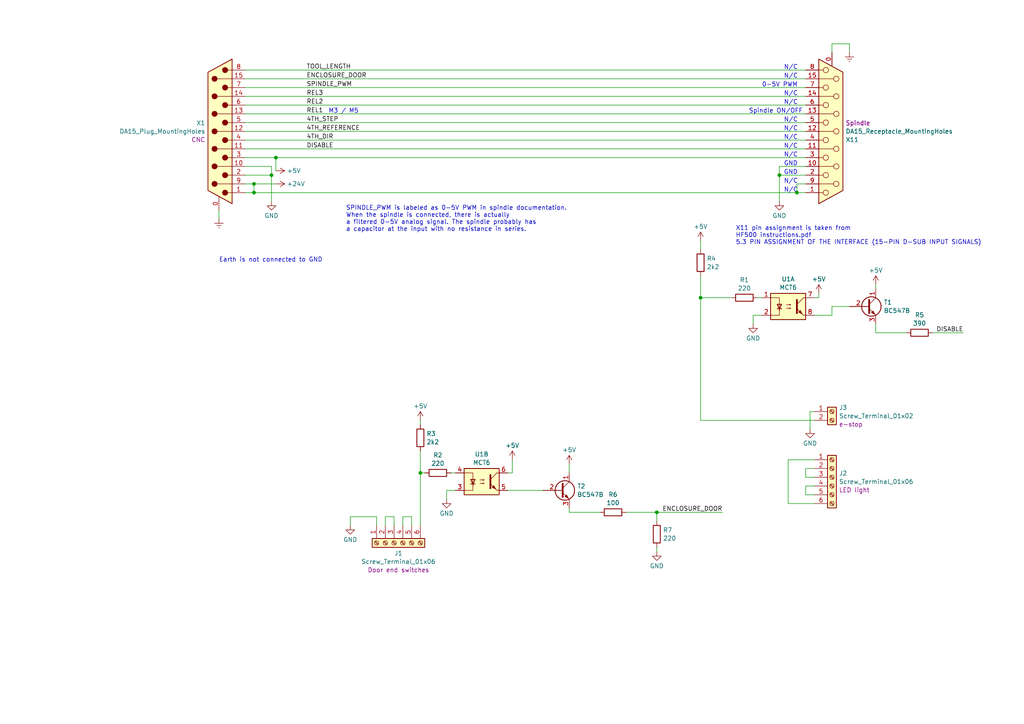
<source format=kicad_sch>
(kicad_sch (version 20230121) (generator eeschema)
  (paper "A4")
  (title_block (title "Stepcraft enclosure controller board") (company "Ondřej Sluka"))
  (lib_symbols
    (symbol "Connector:DA15_Plug_MountingHoles" (pin_names (offset 1.016) hide)
      (property "Reference" "J" (at 0 24.13 0))
      (property "Value" "DA15_Plug_MountingHoles" (at 0 22.225 0))
      (symbol "DA15_Plug_MountingHoles_0_1"
        (circle (center -1.778 -17.78) (radius 0.762) (fill (type outline)))
        (circle (center -1.778 -12.7) (radius 0.762) (fill (type outline)))
        (circle (center -1.778 -7.62) (radius 0.762) (fill (type outline)))
        (circle (center -1.778 -2.54) (radius 0.762) (fill (type outline)))
        (circle (center -1.778 2.54) (radius 0.762) (fill (type outline)))
        (circle (center -1.778 7.62) (radius 0.762) (fill (type outline)))
        (circle (center -1.778 12.7) (radius 0.762) (fill (type outline)))
        (circle (center -1.778 17.78) (radius 0.762) (fill (type outline)))
        (polyline (pts (xy -3.81 -17.78) (xy -2.54 -17.78)))
        (polyline (pts (xy -3.81 -15.24) (xy 0.508 -15.24)))
        (polyline (pts (xy -3.81 -12.7) (xy -2.54 -12.7)))
        (polyline (pts (xy -3.81 -10.16) (xy 0.508 -10.16)))
        (polyline (pts (xy -3.81 -7.62) (xy -2.54 -7.62)))
        (polyline (pts (xy -3.81 -5.08) (xy 0.508 -5.08)))
        (polyline (pts (xy -3.81 -2.54) (xy -2.54 -2.54)))
        (polyline (pts (xy -3.81 0) (xy 0.508 0)))
        (polyline (pts (xy -3.81 2.54) (xy -2.54 2.54)))
        (polyline (pts (xy -3.81 5.08) (xy 0.508 5.08)))
        (polyline (pts (xy -3.81 7.62) (xy -2.54 7.62)))
        (polyline (pts (xy -3.81 10.16) (xy 0.508 10.16)))
        (polyline (pts (xy -3.81 12.7) (xy -2.54 12.7)))
        (polyline (pts (xy -3.81 15.24) (xy 0.508 15.24)))
        (polyline (pts (xy -3.81 17.78) (xy -2.54 17.78)))
        (polyline (pts (xy -3.81 -20.955) (xy 3.175 -17.145) (xy 3.175 17.145) (xy -3.81 20.955) (xy -3.81 -20.955)) (stroke (width 0.254)) (fill (type background)))
        (circle (center 1.27 -15.24) (radius 0.762) (fill (type outline)))
        (circle (center 1.27 -10.16) (radius 0.762) (fill (type outline)))
        (circle (center 1.27 -5.08) (radius 0.762) (fill (type outline)))
        (circle (center 1.27 0) (radius 0.762) (fill (type outline)))
        (circle (center 1.27 5.08) (radius 0.762) (fill (type outline)))
        (circle (center 1.27 10.16) (radius 0.762) (fill (type outline)))
        (circle (center 1.27 15.24) (radius 0.762) (fill (type outline)))
      )
      (symbol "DA15_Plug_MountingHoles_1_1"
        (pin passive line (at 0 -22.86 90) (length 3.81) (name "PAD") (number "0"))
        (pin passive line (at -7.62 -17.78 0) (length 3.81) (name "1") (number "1"))
        (pin passive line (at -7.62 -10.16 0) (length 3.81) (name "P10") (number "10"))
        (pin passive line (at -7.62 -5.08 0) (length 3.81) (name "P111") (number "11"))
        (pin passive line (at -7.62 0 0) (length 3.81) (name "P12") (number "12"))
        (pin passive line (at -7.62 5.08 0) (length 3.81) (name "P13") (number "13"))
        (pin passive line (at -7.62 10.16 0) (length 3.81) (name "P14") (number "14"))
        (pin passive line (at -7.62 15.24 0) (length 3.81) (name "P15") (number "15"))
        (pin passive line (at -7.62 -12.7 0) (length 3.81) (name "2") (number "2"))
        (pin passive line (at -7.62 -7.62 0) (length 3.81) (name "3") (number "3"))
        (pin passive line (at -7.62 -2.54 0) (length 3.81) (name "4") (number "4"))
        (pin passive line (at -7.62 2.54 0) (length 3.81) (name "5") (number "5"))
        (pin passive line (at -7.62 7.62 0) (length 3.81) (name "6") (number "6"))
        (pin passive line (at -7.62 12.7 0) (length 3.81) (name "7") (number "7"))
        (pin passive line (at -7.62 17.78 0) (length 3.81) (name "8") (number "8"))
        (pin passive line (at -7.62 -15.24 0) (length 3.81) (name "P9") (number "9"))
      )
    )
    (symbol "Connector:DA15_Receptacle_MountingHoles" (pin_names (offset 1.016) hide)
      (property "Reference" "J" (at 0 24.13 0))
      (property "Value" "DA15_Receptacle_MountingHoles" (at 0 22.225 0))
      (symbol "DA15_Receptacle_MountingHoles_0_1"
        (circle (center -1.778 -17.78) (radius 0.762))
        (circle (center -1.778 -12.7) (radius 0.762))
        (circle (center -1.778 -7.62) (radius 0.762))
        (circle (center -1.778 -2.54) (radius 0.762))
        (circle (center -1.778 2.54) (radius 0.762))
        (circle (center -1.778 7.62) (radius 0.762))
        (circle (center -1.778 12.7) (radius 0.762))
        (circle (center -1.778 17.78) (radius 0.762))
        (polyline (pts (xy -3.81 -17.78) (xy -2.54 -17.78)))
        (polyline (pts (xy -3.81 -15.24) (xy 0.508 -15.24)))
        (polyline (pts (xy -3.81 -12.7) (xy -2.54 -12.7)))
        (polyline (pts (xy -3.81 -10.16) (xy 0.508 -10.16)))
        (polyline (pts (xy -3.81 -7.62) (xy -2.54 -7.62)))
        (polyline (pts (xy -3.81 -5.08) (xy 0.508 -5.08)))
        (polyline (pts (xy -3.81 -2.54) (xy -2.54 -2.54)))
        (polyline (pts (xy -3.81 0) (xy 0.508 0)))
        (polyline (pts (xy -3.81 2.54) (xy -2.54 2.54)))
        (polyline (pts (xy -3.81 5.08) (xy 0.508 5.08)))
        (polyline (pts (xy -3.81 7.62) (xy -2.54 7.62)))
        (polyline (pts (xy -3.81 10.16) (xy 0.508 10.16)))
        (polyline (pts (xy -3.81 12.7) (xy -2.54 12.7)))
        (polyline (pts (xy -3.81 15.24) (xy 0.508 15.24)))
        (polyline (pts (xy -3.81 17.78) (xy -2.54 17.78)))
        (polyline (pts (xy -3.81 20.955) (xy 3.175 17.145) (xy 3.175 -17.145) (xy -3.81 -20.955) (xy -3.81 20.955)) (stroke (width 0.254)) (fill (type background)))
        (circle (center 1.27 -15.24) (radius 0.762))
        (circle (center 1.27 -10.16) (radius 0.762))
        (circle (center 1.27 -5.08) (radius 0.762))
        (circle (center 1.27 0) (radius 0.762))
        (circle (center 1.27 5.08) (radius 0.762))
        (circle (center 1.27 10.16) (radius 0.762))
        (circle (center 1.27 15.24) (radius 0.762))
      )
      (symbol "DA15_Receptacle_MountingHoles_1_1"
        (pin passive line (at 0 -22.86 90) (length 3.81) (name "PAD") (number "0"))
        (pin passive line (at -7.62 17.78 0) (length 3.81) (name "1") (number "1"))
        (pin passive line (at -7.62 10.16 0) (length 3.81) (name "P10") (number "10"))
        (pin passive line (at -7.62 5.08 0) (length 3.81) (name "P111") (number "11"))
        (pin passive line (at -7.62 0 0) (length 3.81) (name "P12") (number "12"))
        (pin passive line (at -7.62 -5.08 0) (length 3.81) (name "P13") (number "13"))
        (pin passive line (at -7.62 -10.16 0) (length 3.81) (name "P14") (number "14"))
        (pin passive line (at -7.62 -15.24 0) (length 3.81) (name "P15") (number "15"))
        (pin passive line (at -7.62 12.7 0) (length 3.81) (name "2") (number "2"))
        (pin passive line (at -7.62 7.62 0) (length 3.81) (name "3") (number "3"))
        (pin passive line (at -7.62 2.54 0) (length 3.81) (name "4") (number "4"))
        (pin passive line (at -7.62 -2.54 0) (length 3.81) (name "5") (number "5"))
        (pin passive line (at -7.62 -7.62 0) (length 3.81) (name "6") (number "6"))
        (pin passive line (at -7.62 -12.7 0) (length 3.81) (name "7") (number "7"))
        (pin passive line (at -7.62 -17.78 0) (length 3.81) (name "8") (number "8"))
        (pin passive line (at -7.62 15.24 0) (length 3.81) (name "P9") (number "9"))
      )
    )
    (symbol "Connector:Screw_Terminal_01x02" (pin_names (offset 1.016) hide)
      (property "Reference" "J" (at 0 2.54 0))
      (property "Value" "Screw_Terminal_01x02" (at 0 -5.08 0))
      (symbol "Screw_Terminal_01x02_1_1"
        (rectangle (start -1.27 1.27) (end 1.27 -3.81) (stroke (width 0.254)) (fill (type background)))
        (circle (center 0 -2.54) (radius 0.635) (stroke (width 0.1524)))
        (polyline (pts (xy -0.5334 -2.2098) (xy 0.3302 -3.048)) (stroke (width 0.1524)))
        (polyline (pts (xy -0.5334 0.3302) (xy 0.3302 -0.508)) (stroke (width 0.1524)))
        (polyline (pts (xy -0.3556 -2.032) (xy 0.508 -2.8702)) (stroke (width 0.1524)))
        (polyline (pts (xy -0.3556 0.508) (xy 0.508 -0.3302)) (stroke (width 0.1524)))
        (circle (center 0 0) (radius 0.635) (stroke (width 0.1524)))
        (pin passive line (at -5.08 0 0) (length 3.81) (name "Pin_1") (number "1"))
        (pin passive line (at -5.08 -2.54 0) (length 3.81) (name "Pin_2") (number "2"))
      )
    )
    (symbol "Connector:Screw_Terminal_01x06" (pin_names (offset 1.016) hide)
      (property "Reference" "J" (at 0 7.62 0))
      (property "Value" "Screw_Terminal_01x06" (at 0 -10.16 0))
      (symbol "Screw_Terminal_01x06_1_1"
        (rectangle (start -1.27 6.35) (end 1.27 -8.89) (stroke (width 0.254)) (fill (type background)))
        (circle (center 0 -7.62) (radius 0.635) (stroke (width 0.1524)))
        (circle (center 0 -5.08) (radius 0.635) (stroke (width 0.1524)))
        (circle (center 0 -2.54) (radius 0.635) (stroke (width 0.1524)))
        (polyline (pts (xy -0.5334 -7.2898) (xy 0.3302 -8.128)) (stroke (width 0.1524)))
        (polyline (pts (xy -0.5334 -4.7498) (xy 0.3302 -5.588)) (stroke (width 0.1524)))
        (polyline (pts (xy -0.5334 -2.2098) (xy 0.3302 -3.048)) (stroke (width 0.1524)))
        (polyline (pts (xy -0.5334 0.3302) (xy 0.3302 -0.508)) (stroke (width 0.1524)))
        (polyline (pts (xy -0.5334 2.8702) (xy 0.3302 2.032)) (stroke (width 0.1524)))
        (polyline (pts (xy -0.5334 5.4102) (xy 0.3302 4.572)) (stroke (width 0.1524)))
        (polyline (pts (xy -0.3556 -7.112) (xy 0.508 -7.9502)) (stroke (width 0.1524)))
        (polyline (pts (xy -0.3556 -4.572) (xy 0.508 -5.4102)) (stroke (width 0.1524)))
        (polyline (pts (xy -0.3556 -2.032) (xy 0.508 -2.8702)) (stroke (width 0.1524)))
        (polyline (pts (xy -0.3556 0.508) (xy 0.508 -0.3302)) (stroke (width 0.1524)))
        (polyline (pts (xy -0.3556 3.048) (xy 0.508 2.2098)) (stroke (width 0.1524)))
        (polyline (pts (xy -0.3556 5.588) (xy 0.508 4.7498)) (stroke (width 0.1524)))
        (circle (center 0 0) (radius 0.635) (stroke (width 0.1524)))
        (circle (center 0 2.54) (radius 0.635) (stroke (width 0.1524)))
        (circle (center 0 5.08) (radius 0.635) (stroke (width 0.1524)))
        (pin passive line (at -5.08 5.08 0) (length 3.81) (name "Pin_1") (number "1"))
        (pin passive line (at -5.08 2.54 0) (length 3.81) (name "Pin_2") (number "2"))
        (pin passive line (at -5.08 0 0) (length 3.81) (name "Pin_3") (number "3"))
        (pin passive line (at -5.08 -2.54 0) (length 3.81) (name "Pin_4") (number "4"))
        (pin passive line (at -5.08 -5.08 0) (length 3.81) (name "Pin_5") (number "5"))
        (pin passive line (at -5.08 -7.62 0) (length 3.81) (name "Pin_6") (number "6"))
      )
    )
    (symbol "Device:R" (pin_numbers hide) (pin_names (offset 0))
      (property "Reference" "R" (at 2.032 0 90))
      (property "Value" "R" (at 0 0 90))
      (symbol "R_0_1"
        (rectangle (start -1.016 -2.54) (end 1.016 2.54) (stroke (width 0.254)))
      )
      (symbol "R_1_1"
        (pin passive line (at 0 3.81 270) (length 1.27) (name "~") (number "1"))
        (pin passive line (at 0 -3.81 90) (length 1.27) (name "~") (number "2"))
      )
    )
    (symbol "Transistor_BJT:BC547" (pin_names (offset 0) hide)
      (property "Reference" "Q" (at 5.08 1.905 0))
      (property "Value" "BC547" (at 5.08 0 0))
      (symbol "BC547_0_1"
        (polyline (pts (xy 0 0) (xy 0.635 0)))
        (polyline (pts (xy 0.635 0.635) (xy 2.54 2.54)))
        (polyline (pts (xy 0.635 -0.635) (xy 2.54 -2.54) (xy 2.54 -2.54)))
        (polyline (pts (xy 0.635 1.905) (xy 0.635 -1.905) (xy 0.635 -1.905)) (stroke (width 0.508)))
        (polyline (pts (xy 1.27 -1.778) (xy 1.778 -1.27) (xy 2.286 -2.286) (xy 1.27 -1.778) (xy 1.27 -1.778)) (fill (type outline)))
        (circle (center 1.27 0) (radius 2.8194) (stroke (width 0.254)))
      )
      (symbol "BC547_1_1"
        (pin passive line (at 2.54 5.08 270) (length 2.54) (name "C") (number "1"))
        (pin input line (at -5.08 0 0) (length 5.08) (name "B") (number "2"))
        (pin passive line (at 2.54 -5.08 90) (length 2.54) (name "E") (number "3"))
      )
    )
    (symbol "ondra:MCT6" (pin_names (offset 1.016))
      (property "Reference" "U" (at -5.08 5.08 0))
      (property "Value" "MCT6" (at 0 5.08 0))
      (symbol "MCT6_0_1"
        (rectangle (start -5.08 3.81) (end 5.08 -3.81) (stroke (width 0.254)) (fill (type background)))
        (polyline (pts (xy -3.175 -0.635) (xy -1.905 -0.635)) (stroke (width 0.254)))
        (polyline (pts (xy 2.54 0.635) (xy 4.445 2.54)))
        (polyline (pts (xy 4.445 -2.54) (xy 2.54 -0.635)) (fill (type outline)))
        (polyline (pts (xy 4.445 -2.54) (xy 5.08 -2.54)))
        (polyline (pts (xy 4.445 2.54) (xy 5.08 2.54)))
        (polyline (pts (xy -2.54 -0.635) (xy -2.54 -2.54) (xy -5.08 -2.54)))
        (polyline (pts (xy 2.54 1.905) (xy 2.54 -1.905) (xy 2.54 -1.905)) (stroke (width 0.508)))
        (polyline (pts (xy -5.08 2.54) (xy -2.54 2.54) (xy -2.54 -1.27) (xy -2.54 0.635)))
        (polyline (pts (xy -2.54 -0.635) (xy -3.175 0.635) (xy -1.905 0.635) (xy -2.54 -0.635)) (stroke (width 0.254)))
        (polyline (pts (xy -0.508 -0.508) (xy 0.762 -0.508) (xy 0.381 -0.635) (xy 0.381 -0.381) (xy 0.762 -0.508)))
        (polyline (pts (xy -0.508 0.508) (xy 0.762 0.508) (xy 0.381 0.381) (xy 0.381 0.635) (xy 0.762 0.508)))
        (polyline (pts (xy 3.048 -1.651) (xy 3.556 -1.143) (xy 4.064 -2.159) (xy 3.048 -1.651) (xy 3.048 -1.651)) (fill (type outline)))
      )
      (symbol "MCT6_1_1"
        (pin passive line (at -7.62 2.54 0) (length 2.54) (name "~") (number "1"))
        (pin passive line (at -7.62 -2.54 0) (length 2.54) (name "~") (number "2"))
        (pin passive line (at 7.62 2.54 180) (length 2.54) (name "~") (number "7"))
        (pin passive line (at 7.62 -2.54 180) (length 2.54) (name "~") (number "8"))
      )
      (symbol "MCT6_2_1"
        (pin passive line (at -7.62 -2.54 0) (length 2.54) (name "~") (number "3"))
        (pin passive line (at -7.62 2.54 0) (length 2.54) (name "~") (number "4"))
        (pin passive line (at 7.62 -2.54 180) (length 2.54) (name "~") (number "5"))
        (pin passive line (at 7.62 2.54 180) (length 2.54) (name "~") (number "6"))
      )
    )
    (symbol "power:+24V" (power) (pin_names (offset 0))
      (property "Value" "+24V" (at 0 3.556 0))
      (symbol "+24V_0_1"
        (polyline (pts (xy -0.762 1.27) (xy 0 2.54)))
        (polyline (pts (xy 0 0) (xy 0 2.54)))
        (polyline (pts (xy 0 2.54) (xy 0.762 1.27)))
      )
      (symbol "+24V_1_1"
        (pin power_in line (at 0 0 90) (length 0) hide (name "+24V") (number "1"))
      )
    )
    (symbol "power:+5V" (power) (pin_names (offset 0))
      (property "Value" "+5V" (at 0 3.556 0))
      (symbol "+5V_0_1"
        (polyline (pts (xy -0.762 1.27) (xy 0 2.54)))
        (polyline (pts (xy 0 0) (xy 0 2.54)))
        (polyline (pts (xy 0 2.54) (xy 0.762 1.27)))
      )
      (symbol "+5V_1_1"
        (pin power_in line (at 0 0 90) (length 0) hide (name "+5V") (number "1"))
      )
    )
    (symbol "power:Earth" (power) (pin_names (offset 0))
      (symbol "Earth_0_1"
        (polyline (pts (xy -0.635 -1.905) (xy 0.635 -1.905)))
        (polyline (pts (xy -0.127 -2.54) (xy 0.127 -2.54)))
        (polyline (pts (xy 0 -1.27) (xy 0 0)))
        (polyline (pts (xy 1.27 -1.27) (xy -1.27 -1.27)))
      )
      (symbol "Earth_1_1"
        (pin power_in line (at 0 0 270) (length 0) hide (name "Earth") (number "1"))
      )
    )
    (symbol "power:GND" (power) (pin_names (offset 0))
      (property "Value" "GND" (at 0 -3.81 0))
      (symbol "GND_0_1"
        (polyline (pts (xy 0 0) (xy 0 -1.27) (xy 1.27 -1.27) (xy 0 -2.54) (xy -1.27 -1.27) (xy 0 -1.27)))
      )
      (symbol "GND_1_1"
        (pin power_in line (at 0 0 270) (length 0) hide (name "GND") (number "1"))
      )
    )
  )
  (junction (at 190.5 148.59))
  (junction (at 80.01 45.72))
  (junction (at 73.66 55.88))
  (junction (at 231.14 55.88))
  (junction (at 73.66 53.34))
  (junction (at 121.92 137.16))
  (junction (at 78.74 50.8))
  (junction (at 203.2 86.36))
  (junction (at 226.06 50.8))
  (wire (pts (xy 237.49 85.09) (xy 237.49 86.36)))
  (wire (pts (xy 71.12 38.1) (xy 233.68 38.1)))
  (wire (pts (xy 203.2 69.85) (xy 203.2 72.39)))
  (wire (pts (xy 190.5 148.59) (xy 181.61 148.59)))
  (wire (pts (xy 78.74 50.8) (xy 78.74 48.26)))
  (wire (pts (xy 203.2 86.36) (xy 212.09 86.36)))
  (wire (pts (xy 246.38 12.7) (xy 241.3 12.7)))
  (wire (pts (xy 111.76 152.4) (xy 111.76 149.86)))
  (wire (pts (xy 121.92 121.92) (xy 121.92 123.19)))
  (wire (pts (xy 71.12 25.4) (xy 233.68 25.4)))
  (wire (pts (xy 270.51 96.52) (xy 279.4 96.52)))
  (wire (pts (xy 101.6 149.86) (xy 109.22 149.86)))
  (wire (pts (xy 71.12 35.56) (xy 233.68 35.56)))
  (wire (pts (xy 121.92 137.16) (xy 123.19 137.16)))
  (wire (pts (xy 114.3 149.86) (xy 114.3 152.4)))
  (wire (pts (xy 241.3 88.9) (xy 246.38 88.9)))
  (wire (pts (xy 218.44 91.44) (xy 220.98 91.44)))
  (wire (pts (xy 109.22 149.86) (xy 109.22 152.4)))
  (wire (pts (xy 228.6 146.05) (xy 236.22 146.05)))
  (wire (pts (xy 246.38 15.24) (xy 246.38 12.7)))
  (wire (pts (xy 254 96.52) (xy 262.89 96.52)))
  (wire (pts (xy 165.1 148.59) (xy 165.1 147.32)))
  (wire (pts (xy 218.44 93.98) (xy 218.44 91.44)))
  (wire (pts (xy 73.66 53.34) (xy 73.66 55.88)))
  (wire (pts (xy 254 83.82) (xy 254 82.55)))
  (wire (pts (xy 226.06 58.42) (xy 226.06 50.8)))
  (wire (pts (xy 80.01 49.53) (xy 80.01 45.72)))
  (wire (pts (xy 78.74 48.26) (xy 71.12 48.26)))
  (wire (pts (xy 71.12 20.32) (xy 233.68 20.32)))
  (wire (pts (xy 101.6 152.4) (xy 101.6 149.86)))
  (wire (pts (xy 111.76 149.86) (xy 114.3 149.86)))
  (wire (pts (xy 71.12 22.86) (xy 233.68 22.86)))
  (wire (pts (xy 219.71 86.36) (xy 220.98 86.36)))
  (wire (pts (xy 236.22 133.35) (xy 228.6 133.35)))
  (wire (pts (xy 209.55 148.59) (xy 190.5 148.59)))
  (wire (pts (xy 233.68 53.34) (xy 231.14 53.34)))
  (wire (pts (xy 121.92 130.81) (xy 121.92 137.16)))
  (wire (pts (xy 80.01 53.34) (xy 73.66 53.34)))
  (wire (pts (xy 119.38 149.86) (xy 119.38 152.4)))
  (wire (pts (xy 237.49 86.36) (xy 236.22 86.36)))
  (wire (pts (xy 78.74 58.42) (xy 78.74 50.8)))
  (wire (pts (xy 233.68 138.43) (xy 233.68 135.89)))
  (wire (pts (xy 71.12 43.18) (xy 233.68 43.18)))
  (wire (pts (xy 71.12 30.48) (xy 233.68 30.48)))
  (wire (pts (xy 71.12 40.64) (xy 233.68 40.64)))
  (wire (pts (xy 121.92 137.16) (xy 121.92 152.4)))
  (wire (pts (xy 129.54 142.24) (xy 132.08 142.24)))
  (wire (pts (xy 226.06 48.26) (xy 226.06 50.8)))
  (wire (pts (xy 148.59 133.35) (xy 148.59 137.16)))
  (wire (pts (xy 71.12 53.34) (xy 73.66 53.34)))
  (wire (pts (xy 203.2 121.92) (xy 236.22 121.92)))
  (wire (pts (xy 73.66 55.88) (xy 231.14 55.88)))
  (wire (pts (xy 234.95 119.38) (xy 236.22 119.38)))
  (wire (pts (xy 80.01 45.72) (xy 233.68 45.72)))
  (wire (pts (xy 241.3 12.7) (xy 241.3 15.24)))
  (wire (pts (xy 241.3 91.44) (xy 241.3 88.9)))
  (wire (pts (xy 254 93.98) (xy 254 96.52)))
  (wire (pts (xy 116.84 149.86) (xy 119.38 149.86)))
  (wire (pts (xy 190.5 158.75) (xy 190.5 160.02)))
  (wire (pts (xy 190.5 148.59) (xy 190.5 151.13)))
  (wire (pts (xy 203.2 80.01) (xy 203.2 86.36)))
  (wire (pts (xy 233.68 135.89) (xy 236.22 135.89)))
  (wire (pts (xy 233.68 48.26) (xy 226.06 48.26)))
  (wire (pts (xy 233.68 143.51) (xy 233.68 140.97)))
  (wire (pts (xy 129.54 144.78) (xy 129.54 142.24)))
  (wire (pts (xy 165.1 148.59) (xy 173.99 148.59)))
  (wire (pts (xy 165.1 137.16) (xy 165.1 134.62)))
  (wire (pts (xy 116.84 152.4) (xy 116.84 149.86)))
  (wire (pts (xy 147.32 142.24) (xy 157.48 142.24)))
  (wire (pts (xy 71.12 45.72) (xy 80.01 45.72)))
  (wire (pts (xy 78.74 50.8) (xy 71.12 50.8)))
  (wire (pts (xy 63.5 60.96) (xy 63.5 63.5)))
  (wire (pts (xy 236.22 138.43) (xy 233.68 138.43)))
  (wire (pts (xy 231.14 55.88) (xy 233.68 55.88)))
  (wire (pts (xy 73.66 55.88) (xy 71.12 55.88)))
  (wire (pts (xy 236.22 91.44) (xy 241.3 91.44)))
  (wire (pts (xy 226.06 50.8) (xy 233.68 50.8)))
  (wire (pts (xy 231.14 53.34) (xy 231.14 55.88)))
  (wire (pts (xy 203.2 121.92) (xy 203.2 86.36)))
  (wire (pts (xy 228.6 133.35) (xy 228.6 146.05)))
  (wire (pts (xy 236.22 143.51) (xy 233.68 143.51)))
  (wire (pts (xy 71.12 33.02) (xy 233.68 33.02)))
  (wire (pts (xy 233.68 140.97) (xy 236.22 140.97)))
  (wire (pts (xy 234.95 124.46) (xy 234.95 119.38)))
  (wire (pts (xy 147.32 137.16) (xy 148.59 137.16)))
  (wire (pts (xy 130.81 137.16) (xy 132.08 137.16)))
  (wire (pts (xy 71.12 27.94) (xy 233.68 27.94)))
  (text "X11 pin assignment is taken from\nHF500 instructions.pdf\n5.3 PIN ASSIGNMENT OF THE INTERFACE (15-PIN D-SUB INPUT SIGNALS)" (at 213.36 71.12 0) (effects (font (size 1.27 1.27)) (justify left bottom)))
  (text "N/C" (at 227.33 20.32 0) (effects (font (size 1.27 1.27)) (justify left bottom)))
  (text "0-5V PWM" (at 220.98 25.4 0) (effects (font (size 1.27 1.27)) (justify left bottom)))
  (text "SPINDLE_PWM is labeled as 0-5V PWM in spindle documentation.\nWhen the spindle is connected, there is actually\na filtered 0-5V analog signal. The spindle probably has\na capacitor at the input with no resistance in series." (at 100.33 67.31 0) (effects (font (size 1.27 1.27)) (justify left bottom)))
  (text "N/C" (at 227.33 55.88 0) (effects (font (size 1.27 1.27)) (justify left bottom)))
  (text "Spindle ON/OFF" (at 217.17 33.02 0) (effects (font (size 1.27 1.27)) (justify left bottom)))
  (text "GND" (at 227.33 50.8 0) (effects (font (size 1.27 1.27)) (justify left bottom)))
  (text "N/C" (at 227.33 53.34 0) (effects (font (size 1.27 1.27)) (justify left bottom)))
  (text "N/C" (at 227.33 40.64 0) (effects (font (size 1.27 1.27)) (justify left bottom)))
  (text "N/C" (at 227.33 38.1 0) (effects (font (size 1.27 1.27)) (justify left bottom)))
  (text "M3 / M5" (at 95.25 33.02 0) (effects (font (size 1.27 1.27)) (justify left bottom)))
  (text "N/C" (at 227.33 43.18 0) (effects (font (size 1.27 1.27)) (justify left bottom)))
  (text "GND" (at 227.33 48.26 0) (effects (font (size 1.27 1.27)) (justify left bottom)))
  (text "Earth is not connected to GND" (at 63.5 76.2 0) (effects (font (size 1.27 1.27)) (justify left bottom)))
  (text "N/C" (at 227.33 30.48 0) (effects (font (size 1.27 1.27)) (justify left bottom)))
  (text "N/C" (at 227.33 45.72 0) (effects (font (size 1.27 1.27)) (justify left bottom)))
  (text "N/C" (at 227.33 22.86 0) (effects (font (size 1.27 1.27)) (justify left bottom)))
  (text "N/C" (at 227.33 35.56 0) (effects (font (size 1.27 1.27)) (justify left bottom)))
  (text "N/C" (at 227.33 27.94 0) (effects (font (size 1.27 1.27)) (justify left bottom)))
  (label "4TH_DIR" (at 88.9 40.64 0))
  (label "REL2" (at 88.9 30.48 0))
  (label "DISABLE" (at 279.4 96.52 180))
  (label "REL1" (at 88.9 33.02 0))
  (label "SPINDLE_PWM" (at 88.9 25.4 0))
  (label "REL3" (at 88.9 27.94 0))
  (label "4TH_STEP" (at 88.9 35.56 0))
  (label "DISABLE" (at 88.9 43.18 0))
  (label "4TH_REFERENCE" (at 88.9 38.1 0))
  (label "TOOL_LENGTH" (at 88.9 20.32 0))
  (label "ENCLOSURE_DOOR" (at 88.9 22.86 0))
  (label "ENCLOSURE_DOOR" (at 209.55 148.59 180))
  (symbol (lib_id "Device:R") (at 190.5 154.94 180) (unit 1)
    (property "Reference" "R7" (at 192.278 153.7279 0) (effects (justify right)))
    (property "Value" "220" (at 192.278 156.1521 0) (effects (justify right)))
  )
  (symbol (lib_id "power:GND") (at 190.5 160.02 0) (unit 1)
    (property "Reference" "#PWR05" (effects hide))
    (property "Value" "GND" (at 190.5 164.1531 0))
  )
  (symbol (lib_id "power:+5V") (at 203.2 69.85 0) (unit 1)
    (property "Reference" "#PWR012" (effects hide))
    (property "Value" "+5V" (at 203.2 65.7169 0))
  )
  (symbol (lib_id "power:+5V") (at 237.49 85.09 0) (unit 1)
    (property "Reference" "#PWR016" (effects hide))
    (property "Value" "+5V" (at 237.49 80.9569 0))
  )
  (symbol (lib_id "power:GND") (at 78.74 58.42 0) (unit 1)
    (property "Reference" "#PWR08" (effects hide))
    (property "Value" "GND" (at 78.74 62.5531 0))
  )
  (symbol (lib_id "power:GND") (at 226.06 58.42 0) (unit 1)
    (property "Reference" "#PWR09" (effects hide))
    (property "Value" "GND" (at 226.06 62.5531 0))
  )
  (symbol (lib_id "Transistor_BJT:BC547") (at 251.46 88.9 0) (unit 1)
    (property "Reference" "T1" (at 256.3114 87.6879 0) (effects (justify left)))
    (property "Value" "BC547B" (at 256.3114 90.1121 0) (effects (justify left)))
    (property "Footprint" "Package_TO_SOT_THT:TO-92_Inline" (effects hide))
    (property "Datasheet" "https://www.onsemi.com/pub/Collateral/BC550-D.pdf" (effects hide))
  )
  (symbol (lib_id "Device:R") (at 121.92 127 0) (unit 1)
    (property "Reference" "R3" (at 123.698 125.7879 0) (effects (justify left)))
    (property "Value" "2k2" (at 123.698 128.2121 0) (effects (justify left)))
  )
  (symbol (lib_id "Transistor_BJT:BC547") (at 162.56 142.24 0) (unit 1)
    (property "Reference" "T2" (at 167.4114 141.0279 0) (effects (justify left)))
    (property "Value" "BC547B" (at 167.4114 143.4521 0) (effects (justify left)))
    (property "Footprint" "Package_TO_SOT_THT:TO-92_Inline" (effects hide))
    (property "Datasheet" "https://www.onsemi.com/pub/Collateral/BC550-D.pdf" (effects hide))
  )
  (symbol (lib_id "Connector:Screw_Terminal_01x02") (at 241.3 119.38 0) (unit 1)
    (property "Reference" "J3" (at 243.332 118.2258 0) (effects (justify left)))
    (property "Value" "Screw_Terminal_01x02" (at 243.332 120.65 0) (effects (justify left)))
    (property "Label" "e-stop" (at 243.332 123.0742 0) (effects (justify left)))
  )
  (symbol (lib_id "Connector:Screw_Terminal_01x06") (at 241.3 138.43 0) (unit 1)
    (property "Reference" "J2" (at 243.332 137.2758 0) (effects (justify left)))
    (property "Value" "Screw_Terminal_01x06" (at 243.332 139.7 0) (effects (justify left)))
    (property "Label" "LED light" (at 243.332 142.1242 0) (effects (justify left)))
  )
  (symbol (lib_id "Device:R") (at 203.2 76.2 0) (unit 1)
    (property "Reference" "R4" (at 204.978 74.9879 0) (effects (justify left)))
    (property "Value" "2k2" (at 204.978 77.4121 0) (effects (justify left)))
  )
  (symbol (lib_id "power:+5V") (at 121.92 121.92 0) (unit 1)
    (property "Reference" "#PWR013" (effects hide))
    (property "Value" "+5V" (at 121.92 117.7869 0))
  )
  (symbol (lib_id "power:+5V") (at 165.1 134.62 0) (unit 1)
    (property "Reference" "#PWR014" (effects hide))
    (property "Value" "+5V" (at 165.1 130.4869 0))
  )
  (symbol (lib_id "Device:R") (at 177.8 148.59 90) (unit 1)
    (property "Reference" "R6" (at 177.8 143.4297 90))
    (property "Value" "100" (at 177.8 145.8539 90))
  )
  (symbol (lib_id "power:+5V") (at 148.59 133.35 0) (unit 1)
    (property "Reference" "#PWR015" (effects hide))
    (property "Value" "+5V" (at 148.59 129.2169 0))
  )
  (symbol (lib_id "power:Earth") (at 246.38 15.24 0) (unit 1)
    (property "Reference" "#PWR03" (effects hide))
    (property "Value" "Earth" (effects hide))
  )
  (symbol (lib_id "Connector:DA15_Receptacle_MountingHoles") (at 241.3 38.1 0) (mirror x) (unit 1)
    (property "Reference" "X11" (at 245.237 40.5242 0) (effects (justify left)))
    (property "Value" "DA15_Receptacle_MountingHoles" (at 245.237 38.1 0) (effects (justify left)))
    (property "Datasheet" " ~" (effects hide))
    (property "Label" "Spindle" (at 245.237 35.6758 0) (effects (justify left)))
  )
  (symbol (lib_id "power:+24V") (at 80.01 53.34 270) (unit 1)
    (property "Reference" "#PWR010" (effects hide))
    (property "Value" "+24V" (at 83.185 53.34 90) (effects (justify left)))
  )
  (symbol (lib_id "power:+5V") (at 80.01 49.53 270) (unit 1)
    (property "Reference" "#PWR011" (effects hide))
    (property "Value" "+5V" (at 83.185 49.53 90) (effects (justify left)))
  )
  (symbol (lib_id "Device:R") (at 266.7 96.52 270) (unit 1)
    (property "Reference" "R5" (at 266.7 91.3597 90))
    (property "Value" "390" (at 266.7 93.7839 90))
  )
  (symbol (lib_id "power:Earth") (at 63.5 63.5 0) (unit 1)
    (property "Reference" "#PWR02" (effects hide))
    (property "Value" "Earth" (effects hide))
  )
  (symbol (lib_id "power:GND") (at 101.6 152.4 0) (unit 1)
    (property "Reference" "#PWR01" (effects hide))
    (property "Value" "GND" (at 101.6 156.5331 0))
  )
  (symbol (lib_id "Connector:DA15_Plug_MountingHoles") (at 63.5 38.1 0) (mirror y) (unit 1)
    (property "Reference" "X1" (at 59.5631 35.6758 0) (effects (justify left)))
    (property "Value" "DA15_Plug_MountingHoles" (at 59.5631 38.1 0) (effects (justify left)))
    (property "Datasheet" " ~" (effects hide))
    (property "Label" "CNC" (at 59.5631 40.5242 0) (effects (justify left)))
  )
  (symbol (lib_id "Connector:Screw_Terminal_01x06") (at 114.3 157.48 90) (mirror x) (unit 1)
    (property "Reference" "J1" (at 115.57 160.4701 90))
    (property "Value" "Screw_Terminal_01x06" (at 115.57 162.8943 90))
    (property "Label" "Door end switches" (at 115.57 165.3185 90))
  )
  (symbol (lib_id "Device:R") (at 127 137.16 90) (unit 1)
    (property "Reference" "R2" (at 127 131.9997 90))
    (property "Value" "220" (at 127 134.4239 90))
  )
  (symbol (lib_id "power:GND") (at 129.54 144.78 0) (unit 1)
    (property "Reference" "#PWR07" (effects hide))
    (property "Value" "GND" (at 129.54 148.9131 0))
  )
  (symbol (lib_id "power:GND") (at 218.44 93.98 0) (unit 1)
    (property "Reference" "#PWR06" (effects hide))
    (property "Value" "GND" (at 218.44 98.1131 0))
  )
  (symbol (lib_id "ondra:MCT6") (at 139.7 139.7 0) (unit 2)
    (property "Reference" "U1" (at 139.7 131.7457 0))
    (property "Value" "MCT6" (at 139.7 134.1699 0))
    (property "Footprint" "Package_DIP:DIP-8_W7.62mm" (effects hide))
    (property "Datasheet" "http://optoelectronics.liteon.com/upload/download/DS-70-96-0016/LTV-8X7%20series.PDF" (effects hide))
  )
  (symbol (lib_id "power:GND") (at 234.95 124.46 0) (unit 1)
    (property "Reference" "#PWR04" (effects hide))
    (property "Value" "GND" (at 234.95 128.5931 0))
  )
  (symbol (lib_id "power:+5V") (at 254 82.55 0) (unit 1)
    (property "Reference" "#PWR017" (effects hide))
    (property "Value" "+5V" (at 254 78.4169 0))
  )
  (symbol (lib_id "ondra:MCT6") (at 228.6 88.9 0) (unit 1)
    (property "Reference" "U1" (at 228.6 80.9457 0))
    (property "Value" "MCT6" (at 228.6 83.3699 0))
    (property "Footprint" "Package_DIP:DIP-8_W7.62mm" (effects hide))
    (property "Datasheet" "http://optoelectronics.liteon.com/upload/download/DS-70-96-0016/LTV-8X7%20series.PDF" (effects hide))
  )
  (symbol (lib_id "Device:R") (at 215.9 86.36 90) (unit 1)
    (property "Reference" "R1" (at 215.9 81.1997 90))
    (property "Value" "220" (at 215.9 83.6239 90))
  )
)
</source>
